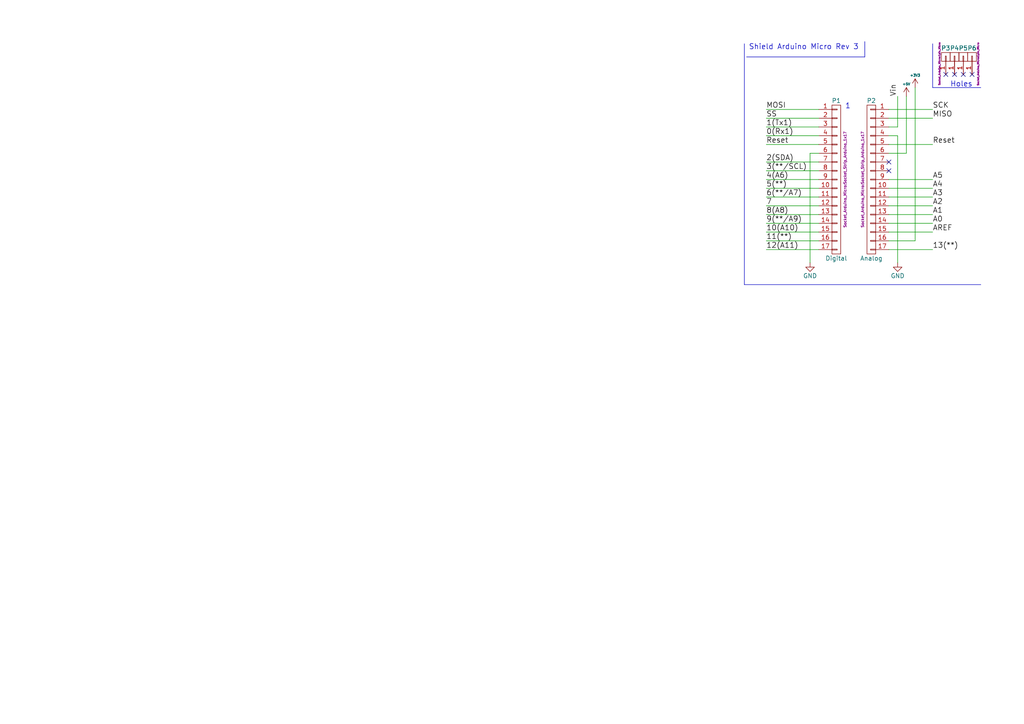
<source format=kicad_sch>
(kicad_sch (version 20230121) (generator eeschema)
  (paper "A4")
  (title_block (date "sam. 04 avril 2015"))
  (lib_symbols
    (symbol "Arduino_Micro-rescue:+3.3V" (power) (pin_names (offset 0))
      (property "Value" "+3.3V" (at 0 3.556 0))
      (symbol "+3.3V_0_1"
        (polyline (pts (xy -0.762 1.27) (xy 0 2.54)))
        (polyline (pts (xy 0 0) (xy 0 2.54)))
        (polyline (pts (xy 0 2.54) (xy 0.762 1.27)))
      )
      (symbol "+3.3V_1_1"
        (pin power_in line (at 0 0 90) (length 0) hide (name "+3V3") (number "1"))
      )
    )
    (symbol "Arduino_Micro-rescue:+5V" (power) (pin_names (offset 0))
      (property "Value" "+5V" (at 0 3.556 0))
      (symbol "+5V_0_1"
        (polyline (pts (xy -0.762 1.27) (xy 0 2.54)))
        (polyline (pts (xy 0 0) (xy 0 2.54)))
        (polyline (pts (xy 0 2.54) (xy 0.762 1.27)))
      )
      (symbol "+5V_1_1"
        (pin power_in line (at 0 0 90) (length 0) hide (name "+5V") (number "1"))
      )
    )
    (symbol "Arduino_Micro-rescue:CONN_01X01" (pin_names (offset 1.016) hide)
      (property "Reference" "P" (at 0 2.54 0))
      (property "Value" "CONN_01X01" (at 2.54 0 90))
      (symbol "CONN_01X01_0_1"
        (rectangle (start -1.27 0.127) (end 0.254 -0.127))
        (rectangle (start -1.27 1.27) (end 1.27 -1.27))
      )
      (symbol "CONN_01X01_1_1"
        (pin passive line (at -5.08 0 0) (length 3.81) (name "P1") (number "1"))
      )
    )
    (symbol "Arduino_Micro-rescue:CONN_01X17" (pin_names (offset 1.016) hide)
      (property "Reference" "P" (at 0 22.86 0))
      (property "Value" "CONN_01X17" (at 2.54 0 90))
      (symbol "CONN_01X17_0_1"
        (rectangle (start -1.27 -20.193) (end 0.254 -20.447))
        (rectangle (start -1.27 -17.653) (end 0.254 -17.907))
        (rectangle (start -1.27 -15.113) (end 0.254 -15.367))
        (rectangle (start -1.27 -12.573) (end 0.254 -12.827))
        (rectangle (start -1.27 -10.033) (end 0.254 -10.287))
        (rectangle (start -1.27 -7.493) (end 0.254 -7.747))
        (rectangle (start -1.27 -4.953) (end 0.254 -5.207))
        (rectangle (start -1.27 -2.413) (end 0.254 -2.667))
        (rectangle (start -1.27 0.127) (end 0.254 -0.127))
        (rectangle (start -1.27 2.667) (end 0.254 2.413))
        (rectangle (start -1.27 5.207) (end 0.254 4.953))
        (rectangle (start -1.27 7.747) (end 0.254 7.493))
        (rectangle (start -1.27 10.287) (end 0.254 10.033))
        (rectangle (start -1.27 12.827) (end 0.254 12.573))
        (rectangle (start -1.27 15.367) (end 0.254 15.113))
        (rectangle (start -1.27 17.907) (end 0.254 17.653))
        (rectangle (start -1.27 20.447) (end 0.254 20.193))
        (rectangle (start -1.27 21.59) (end 1.27 -21.59))
      )
      (symbol "CONN_01X17_1_1"
        (pin passive line (at -5.08 20.32 0) (length 3.81) (name "P1") (number "1"))
        (pin passive line (at -5.08 -2.54 0) (length 3.81) (name "P10") (number "10"))
        (pin passive line (at -5.08 -5.08 0) (length 3.81) (name "P11") (number "11"))
        (pin passive line (at -5.08 -7.62 0) (length 3.81) (name "P12") (number "12"))
        (pin passive line (at -5.08 -10.16 0) (length 3.81) (name "P13") (number "13"))
        (pin passive line (at -5.08 -12.7 0) (length 3.81) (name "P14") (number "14"))
        (pin passive line (at -5.08 -15.24 0) (length 3.81) (name "P15") (number "15"))
        (pin passive line (at -5.08 -17.78 0) (length 3.81) (name "P16") (number "16"))
        (pin passive line (at -5.08 -20.32 0) (length 3.81) (name "P17") (number "17"))
        (pin passive line (at -5.08 17.78 0) (length 3.81) (name "P2") (number "2"))
        (pin passive line (at -5.08 15.24 0) (length 3.81) (name "P3") (number "3"))
        (pin passive line (at -5.08 12.7 0) (length 3.81) (name "P4") (number "4"))
        (pin passive line (at -5.08 10.16 0) (length 3.81) (name "P5") (number "5"))
        (pin passive line (at -5.08 7.62 0) (length 3.81) (name "P6") (number "6"))
        (pin passive line (at -5.08 5.08 0) (length 3.81) (name "P7") (number "7"))
        (pin passive line (at -5.08 2.54 0) (length 3.81) (name "P8") (number "8"))
        (pin passive line (at -5.08 0 0) (length 3.81) (name "P9") (number "9"))
      )
    )
    (symbol "Arduino_Micro-rescue:GND" (power) (pin_names (offset 0))
      (property "Value" "GND" (at 0 -3.81 0))
      (symbol "GND_0_1"
        (polyline (pts (xy 0 0) (xy 0 -1.27) (xy 1.27 -1.27) (xy 0 -2.54) (xy -1.27 -1.27) (xy 0 -1.27)))
      )
      (symbol "GND_1_1"
        (pin power_in line (at 0 0 270) (length 0) hide (name "GND") (number "1"))
      )
    )
  )
  (no_connect (at 274.32 21.59))
  (no_connect (at 257.81 46.99))
  (no_connect (at 281.94 21.59))
  (no_connect (at 279.4 21.59))
  (no_connect (at 276.86 21.59))
  (no_connect (at 257.81 49.53))
  (wire (pts (xy 265.43 25.4) (xy 265.43 69.85)))
  (wire (pts (xy 222.25 46.99) (xy 237.49 46.99)))
  (wire (pts (xy 260.35 39.37) (xy 260.35 76.2)))
  (wire (pts (xy 222.25 67.31) (xy 237.49 67.31)))
  (wire (pts (xy 222.25 36.83) (xy 237.49 36.83)))
  (polyline (pts (xy 250.825 16.51) (xy 250.825 12.065)))
  (wire (pts (xy 222.25 72.39) (xy 237.49 72.39)))
  (wire (pts (xy 257.81 54.61) (xy 270.51 54.61)))
  (wire (pts (xy 257.81 36.83) (xy 260.35 36.83)))
  (wire (pts (xy 257.81 39.37) (xy 260.35 39.37)))
  (polyline (pts (xy 215.9 82.55) (xy 284.48 82.55)))
  (wire (pts (xy 260.35 36.83) (xy 260.35 27.94)))
  (polyline (pts (xy 216.535 16.51) (xy 250.825 16.51)))
  (wire (pts (xy 270.51 31.75) (xy 257.81 31.75)))
  (polyline (pts (xy 215.9 12.7) (xy 215.9 82.55)))
  (wire (pts (xy 222.25 49.53) (xy 237.49 49.53)))
  (polyline (pts (xy 284.48 25.4) (xy 270.51 25.4)))
  (wire (pts (xy 222.25 31.75) (xy 237.49 31.75)))
  (wire (pts (xy 270.51 72.39) (xy 257.81 72.39)))
  (wire (pts (xy 270.51 59.69) (xy 257.81 59.69)))
  (wire (pts (xy 257.81 67.31) (xy 270.51 67.31)))
  (wire (pts (xy 270.51 57.15) (xy 257.81 57.15)))
  (wire (pts (xy 222.25 52.07) (xy 237.49 52.07)))
  (wire (pts (xy 222.25 41.91) (xy 237.49 41.91)))
  (wire (pts (xy 257.81 34.29) (xy 270.51 34.29)))
  (polyline (pts (xy 270.51 25.4) (xy 270.51 12.7)))
  (wire (pts (xy 270.51 64.77) (xy 257.81 64.77)))
  (wire (pts (xy 222.25 57.15) (xy 237.49 57.15)))
  (wire (pts (xy 222.25 59.69) (xy 237.49 59.69)))
  (wire (pts (xy 257.81 44.45) (xy 262.89 44.45)))
  (wire (pts (xy 270.51 41.91) (xy 257.81 41.91)))
  (wire (pts (xy 270.51 52.07) (xy 257.81 52.07)))
  (wire (pts (xy 222.25 34.29) (xy 237.49 34.29)))
  (wire (pts (xy 222.25 62.23) (xy 237.49 62.23)))
  (wire (pts (xy 222.25 54.61) (xy 237.49 54.61)))
  (wire (pts (xy 234.95 44.45) (xy 234.95 76.2)))
  (wire (pts (xy 262.89 44.45) (xy 262.89 27.94)))
  (wire (pts (xy 265.43 69.85) (xy 257.81 69.85)))
  (wire (pts (xy 222.25 39.37) (xy 237.49 39.37)))
  (wire (pts (xy 237.49 44.45) (xy 234.95 44.45)))
  (wire (pts (xy 222.25 69.85) (xy 237.49 69.85)))
  (wire (pts (xy 222.25 64.77) (xy 237.49 64.77)))
  (wire (pts (xy 257.81 62.23) (xy 270.51 62.23)))
  (text "Shield Arduino Micro Rev 3" (at 217.17 14.605 0) (effects (font (size 1.524 1.524)) (justify left bottom)))
  (text "1" (at 245.11 31.75 0) (effects (font (size 1.524 1.524)) (justify left bottom)))
  (text "Holes" (at 275.59 25.4 0) (effects (font (size 1.524 1.524)) (justify left bottom)))
  (label "0(Rx1)" (at 222.25 39.37 0) (effects (font (size 1.524 1.524))))
  (label "SCK" (at 270.51 31.75 0) (effects (font (size 1.524 1.524))))
  (label "Reset" (at 270.51 41.91 0) (effects (font (size 1.524 1.524))))
  (label "Vin" (at 260.35 27.94 90) (effects (font (size 1.524 1.524))))
  (label "8(A8)" (at 222.25 62.23 0) (effects (font (size 1.524 1.524))))
  (label "AREF" (at 270.51 67.31 0) (effects (font (size 1.524 1.524))))
  (label "11(**)" (at 222.25 69.85 0) (effects (font (size 1.524 1.524))))
  (label "3(**/SCL)" (at 222.25 49.53 0) (effects (font (size 1.524 1.524))))
  (label "A2" (at 270.51 59.69 0) (effects (font (size 1.524 1.524))))
  (label "5(**)" (at 222.25 54.61 0) (effects (font (size 1.524 1.524))))
  (label "7" (at 222.25 59.69 0) (effects (font (size 1.524 1.524))))
  (label "MISO" (at 270.51 34.29 0) (effects (font (size 1.524 1.524))))
  (label "Reset" (at 222.25 41.91 0) (effects (font (size 1.524 1.524))))
  (label "A0" (at 270.51 64.77 0) (effects (font (size 1.524 1.524))))
  (label "A3" (at 270.51 57.15 0) (effects (font (size 1.524 1.524))))
  (label "MOSI" (at 222.25 31.75 0) (effects (font (size 1.524 1.524))))
  (label "2(SDA)" (at 222.25 46.99 0) (effects (font (size 1.524 1.524))))
  (label "A5" (at 270.51 52.07 0) (effects (font (size 1.524 1.524))))
  (label "13(**)" (at 270.51 72.39 0) (effects (font (size 1.524 1.524))))
  (label "4(A6)" (at 222.25 52.07 0) (effects (font (size 1.524 1.524))))
  (label "9(**/A9)" (at 222.25 64.77 0) (effects (font (size 1.524 1.524))))
  (label "A1" (at 270.51 62.23 0) (effects (font (size 1.524 1.524))))
  (label "A4" (at 270.51 54.61 0) (effects (font (size 1.524 1.524))))
  (label "1(Tx1)" (at 222.25 36.83 0) (effects (font (size 1.524 1.524))))
  (label "SS" (at 222.25 34.29 0) (effects (font (size 1.524 1.524))))
  (label "12(A11)" (at 222.25 72.39 0) (effects (font (size 1.524 1.524))))
  (label "6(**/A7)" (at 222.25 57.15 0) (effects (font (size 1.524 1.524))))
  (label "10(A10)" (at 222.25 67.31 0) (effects (font (size 1.524 1.524))))
  (symbol (lib_id "Arduino_Micro-rescue:CONN_01X17") (at 242.57 52.07 0) (unit 1)
    (property "Reference" "P1" (at 242.57 29.21 0))
    (property "Value" "Digital" (at 242.57 74.93 0))
    (property "Footprint" "Socket_Arduino_Micro:Socket_Strip_Arduino_1x17" (at 245.11 52.07 90) (effects (font (size 0.762 0.762))))
  )
  (symbol (lib_id "Arduino_Micro-rescue:CONN_01X17") (at 252.73 52.07 0) (mirror y) (unit 1)
    (property "Reference" "P2" (at 252.73 29.21 0))
    (property "Value" "Analog" (at 252.73 74.93 0))
    (property "Footprint" "Socket_Arduino_Micro:Socket_Strip_Arduino_1x17" (at 250.19 52.07 90) (effects (font (size 0.762 0.762))))
  )
  (symbol (lib_id "Arduino_Micro-rescue:GND") (at 234.95 76.2 0) (unit 1)
    (property "Reference" "#PWR01" (effects hide))
    (property "Value" "GND" (at 234.95 80.01 0))
  )
  (symbol (lib_id "Arduino_Micro-rescue:+5V") (at 262.89 27.94 0) (unit 1)
    (property "Reference" "#PWR02" (effects hide))
    (property "Value" "+5V" (at 262.89 24.384 0) (effects (font (size 0.7112 0.7112))))
  )
  (symbol (lib_id "Arduino_Micro-rescue:GND") (at 260.35 76.2 0) (unit 1)
    (property "Reference" "#PWR03" (effects hide))
    (property "Value" "GND" (at 260.35 80.01 0))
  )
  (symbol (lib_id "Arduino_Micro-rescue:+3.3V") (at 265.43 25.4 0) (unit 1)
    (property "Reference" "#PWR04" (effects hide))
    (property "Value" "+3.3V" (at 265.43 21.844 0) (effects (font (size 0.7112 0.7112))))
  )
  (symbol (lib_id "Arduino_Micro-rescue:CONN_01X01") (at 274.32 16.51 90) (unit 1)
    (property "Reference" "P3" (at 274.32 13.97 90))
    (property "Value" "CONN_01X01" (effects hide))
    (property "Footprint" "Socket_Arduino_Micro:1pin_Micro" (at 272.4912 18.4912 0) (effects (font (size 0.508 0.508))))
  )
  (symbol (lib_id "Arduino_Micro-rescue:CONN_01X01") (at 276.86 16.51 90) (unit 1)
    (property "Reference" "P4" (at 276.86 13.97 90))
    (property "Value" "CONN_01X01" (effects hide))
    (property "Footprint" "Socket_Arduino_Micro:1pin_Micro" (effects hide))
  )
  (symbol (lib_id "Arduino_Micro-rescue:CONN_01X01") (at 279.4 16.51 90) (unit 1)
    (property "Reference" "P5" (at 279.4 13.97 90))
    (property "Value" "CONN_01X01" (effects hide))
    (property "Footprint" "Socket_Arduino_Micro:1pin_Micro" (effects hide))
  )
  (symbol (lib_id "Arduino_Micro-rescue:CONN_01X01") (at 281.94 16.51 90) (unit 1)
    (property "Reference" "P6" (at 281.94 13.97 90))
    (property "Value" "CONN_01X01" (effects hide))
    (property "Footprint" "Socket_Arduino_Micro:1pin_Micro" (at 283.6926 18.5674 0) (effects (font (size 0.508 0.508))))
  )
)
</source>
